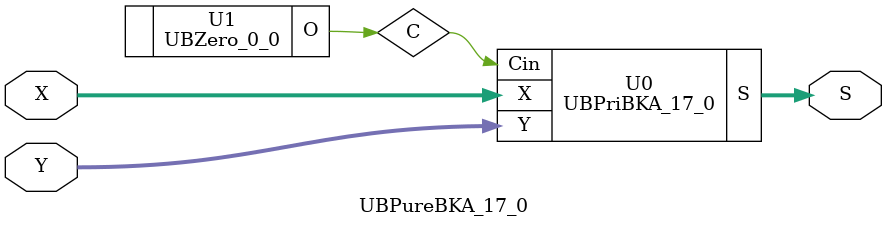
<source format=v>
/*----------------------------------------------------------------------------
  Copyright (c) 2021 Homma laboratory. All rights reserved.

  Top module: UBBKA_17_0_17_0

  Operand-1 length: 18
  Operand-2 length: 18
  Two-operand addition algorithm: Brent-Kung adder
----------------------------------------------------------------------------*/

module GPGenerator(Go, Po, A, B);
  output Go;
  output Po;
  input A;
  input B;
  assign Go = A & B;
  assign Po = A ^ B;
endmodule

module CarryOperator(Go, Po, Gi1, Pi1, Gi2, Pi2);
  output Go;
  output Po;
  input Gi1;
  input Gi2;
  input Pi1;
  input Pi2;
  assign Go = Gi1 | ( Gi2 & Pi1 );
  assign Po = Pi1 & Pi2;
endmodule

module UBPriBKA_17_0(S, X, Y, Cin);
  output [18:0] S;
  input Cin;
  input [17:0] X;
  input [17:0] Y;
  wire [17:0] G0;
  wire [17:0] G1;
  wire [17:0] G2;
  wire [17:0] G3;
  wire [17:0] G4;
  wire [17:0] G5;
  wire [17:0] G6;
  wire [17:0] G7;
  wire [17:0] G8;
  wire [17:0] P0;
  wire [17:0] P1;
  wire [17:0] P2;
  wire [17:0] P3;
  wire [17:0] P4;
  wire [17:0] P5;
  wire [17:0] P6;
  wire [17:0] P7;
  wire [17:0] P8;
  assign P1[0] = P0[0];
  assign G1[0] = G0[0];
  assign P1[2] = P0[2];
  assign G1[2] = G0[2];
  assign P1[4] = P0[4];
  assign G1[4] = G0[4];
  assign P1[6] = P0[6];
  assign G1[6] = G0[6];
  assign P1[8] = P0[8];
  assign G1[8] = G0[8];
  assign P1[10] = P0[10];
  assign G1[10] = G0[10];
  assign P1[12] = P0[12];
  assign G1[12] = G0[12];
  assign P1[14] = P0[14];
  assign G1[14] = G0[14];
  assign P1[16] = P0[16];
  assign G1[16] = G0[16];
  assign P2[0] = P1[0];
  assign G2[0] = G1[0];
  assign P2[1] = P1[1];
  assign G2[1] = G1[1];
  assign P2[2] = P1[2];
  assign G2[2] = G1[2];
  assign P2[4] = P1[4];
  assign G2[4] = G1[4];
  assign P2[5] = P1[5];
  assign G2[5] = G1[5];
  assign P2[6] = P1[6];
  assign G2[6] = G1[6];
  assign P2[8] = P1[8];
  assign G2[8] = G1[8];
  assign P2[9] = P1[9];
  assign G2[9] = G1[9];
  assign P2[10] = P1[10];
  assign G2[10] = G1[10];
  assign P2[12] = P1[12];
  assign G2[12] = G1[12];
  assign P2[13] = P1[13];
  assign G2[13] = G1[13];
  assign P2[14] = P1[14];
  assign G2[14] = G1[14];
  assign P2[16] = P1[16];
  assign G2[16] = G1[16];
  assign P2[17] = P1[17];
  assign G2[17] = G1[17];
  assign P3[0] = P2[0];
  assign G3[0] = G2[0];
  assign P3[1] = P2[1];
  assign G3[1] = G2[1];
  assign P3[2] = P2[2];
  assign G3[2] = G2[2];
  assign P3[3] = P2[3];
  assign G3[3] = G2[3];
  assign P3[4] = P2[4];
  assign G3[4] = G2[4];
  assign P3[5] = P2[5];
  assign G3[5] = G2[5];
  assign P3[6] = P2[6];
  assign G3[6] = G2[6];
  assign P3[8] = P2[8];
  assign G3[8] = G2[8];
  assign P3[9] = P2[9];
  assign G3[9] = G2[9];
  assign P3[10] = P2[10];
  assign G3[10] = G2[10];
  assign P3[11] = P2[11];
  assign G3[11] = G2[11];
  assign P3[12] = P2[12];
  assign G3[12] = G2[12];
  assign P3[13] = P2[13];
  assign G3[13] = G2[13];
  assign P3[14] = P2[14];
  assign G3[14] = G2[14];
  assign P3[16] = P2[16];
  assign G3[16] = G2[16];
  assign P3[17] = P2[17];
  assign G3[17] = G2[17];
  assign P4[0] = P3[0];
  assign G4[0] = G3[0];
  assign P4[1] = P3[1];
  assign G4[1] = G3[1];
  assign P4[2] = P3[2];
  assign G4[2] = G3[2];
  assign P4[3] = P3[3];
  assign G4[3] = G3[3];
  assign P4[4] = P3[4];
  assign G4[4] = G3[4];
  assign P4[5] = P3[5];
  assign G4[5] = G3[5];
  assign P4[6] = P3[6];
  assign G4[6] = G3[6];
  assign P4[7] = P3[7];
  assign G4[7] = G3[7];
  assign P4[8] = P3[8];
  assign G4[8] = G3[8];
  assign P4[9] = P3[9];
  assign G4[9] = G3[9];
  assign P4[10] = P3[10];
  assign G4[10] = G3[10];
  assign P4[11] = P3[11];
  assign G4[11] = G3[11];
  assign P4[12] = P3[12];
  assign G4[12] = G3[12];
  assign P4[13] = P3[13];
  assign G4[13] = G3[13];
  assign P4[14] = P3[14];
  assign G4[14] = G3[14];
  assign P4[16] = P3[16];
  assign G4[16] = G3[16];
  assign P4[17] = P3[17];
  assign G4[17] = G3[17];
  assign P5[0] = P4[0];
  assign G5[0] = G4[0];
  assign P5[1] = P4[1];
  assign G5[1] = G4[1];
  assign P5[2] = P4[2];
  assign G5[2] = G4[2];
  assign P5[3] = P4[3];
  assign G5[3] = G4[3];
  assign P5[4] = P4[4];
  assign G5[4] = G4[4];
  assign P5[5] = P4[5];
  assign G5[5] = G4[5];
  assign P5[6] = P4[6];
  assign G5[6] = G4[6];
  assign P5[7] = P4[7];
  assign G5[7] = G4[7];
  assign P5[8] = P4[8];
  assign G5[8] = G4[8];
  assign P5[9] = P4[9];
  assign G5[9] = G4[9];
  assign P5[10] = P4[10];
  assign G5[10] = G4[10];
  assign P5[11] = P4[11];
  assign G5[11] = G4[11];
  assign P5[12] = P4[12];
  assign G5[12] = G4[12];
  assign P5[13] = P4[13];
  assign G5[13] = G4[13];
  assign P5[14] = P4[14];
  assign G5[14] = G4[14];
  assign P5[15] = P4[15];
  assign G5[15] = G4[15];
  assign P5[16] = P4[16];
  assign G5[16] = G4[16];
  assign P5[17] = P4[17];
  assign G5[17] = G4[17];
  assign P6[0] = P5[0];
  assign G6[0] = G5[0];
  assign P6[1] = P5[1];
  assign G6[1] = G5[1];
  assign P6[2] = P5[2];
  assign G6[2] = G5[2];
  assign P6[3] = P5[3];
  assign G6[3] = G5[3];
  assign P6[4] = P5[4];
  assign G6[4] = G5[4];
  assign P6[5] = P5[5];
  assign G6[5] = G5[5];
  assign P6[6] = P5[6];
  assign G6[6] = G5[6];
  assign P6[7] = P5[7];
  assign G6[7] = G5[7];
  assign P6[8] = P5[8];
  assign G6[8] = G5[8];
  assign P6[9] = P5[9];
  assign G6[9] = G5[9];
  assign P6[10] = P5[10];
  assign G6[10] = G5[10];
  assign P6[12] = P5[12];
  assign G6[12] = G5[12];
  assign P6[13] = P5[13];
  assign G6[13] = G5[13];
  assign P6[14] = P5[14];
  assign G6[14] = G5[14];
  assign P6[15] = P5[15];
  assign G6[15] = G5[15];
  assign P6[16] = P5[16];
  assign G6[16] = G5[16];
  assign P6[17] = P5[17];
  assign G6[17] = G5[17];
  assign P7[0] = P6[0];
  assign G7[0] = G6[0];
  assign P7[1] = P6[1];
  assign G7[1] = G6[1];
  assign P7[2] = P6[2];
  assign G7[2] = G6[2];
  assign P7[3] = P6[3];
  assign G7[3] = G6[3];
  assign P7[4] = P6[4];
  assign G7[4] = G6[4];
  assign P7[6] = P6[6];
  assign G7[6] = G6[6];
  assign P7[7] = P6[7];
  assign G7[7] = G6[7];
  assign P7[8] = P6[8];
  assign G7[8] = G6[8];
  assign P7[10] = P6[10];
  assign G7[10] = G6[10];
  assign P7[11] = P6[11];
  assign G7[11] = G6[11];
  assign P7[12] = P6[12];
  assign G7[12] = G6[12];
  assign P7[14] = P6[14];
  assign G7[14] = G6[14];
  assign P7[15] = P6[15];
  assign G7[15] = G6[15];
  assign P7[16] = P6[16];
  assign G7[16] = G6[16];
  assign P8[0] = P7[0];
  assign G8[0] = G7[0];
  assign P8[1] = P7[1];
  assign G8[1] = G7[1];
  assign P8[3] = P7[3];
  assign G8[3] = G7[3];
  assign P8[5] = P7[5];
  assign G8[5] = G7[5];
  assign P8[7] = P7[7];
  assign G8[7] = G7[7];
  assign P8[9] = P7[9];
  assign G8[9] = G7[9];
  assign P8[11] = P7[11];
  assign G8[11] = G7[11];
  assign P8[13] = P7[13];
  assign G8[13] = G7[13];
  assign P8[15] = P7[15];
  assign G8[15] = G7[15];
  assign P8[17] = P7[17];
  assign G8[17] = G7[17];
  assign S[0] = Cin ^ P0[0];
  assign S[1] = ( G8[0] | ( P8[0] & Cin ) ) ^ P0[1];
  assign S[2] = ( G8[1] | ( P8[1] & Cin ) ) ^ P0[2];
  assign S[3] = ( G8[2] | ( P8[2] & Cin ) ) ^ P0[3];
  assign S[4] = ( G8[3] | ( P8[3] & Cin ) ) ^ P0[4];
  assign S[5] = ( G8[4] | ( P8[4] & Cin ) ) ^ P0[5];
  assign S[6] = ( G8[5] | ( P8[5] & Cin ) ) ^ P0[6];
  assign S[7] = ( G8[6] | ( P8[6] & Cin ) ) ^ P0[7];
  assign S[8] = ( G8[7] | ( P8[7] & Cin ) ) ^ P0[8];
  assign S[9] = ( G8[8] | ( P8[8] & Cin ) ) ^ P0[9];
  assign S[10] = ( G8[9] | ( P8[9] & Cin ) ) ^ P0[10];
  assign S[11] = ( G8[10] | ( P8[10] & Cin ) ) ^ P0[11];
  assign S[12] = ( G8[11] | ( P8[11] & Cin ) ) ^ P0[12];
  assign S[13] = ( G8[12] | ( P8[12] & Cin ) ) ^ P0[13];
  assign S[14] = ( G8[13] | ( P8[13] & Cin ) ) ^ P0[14];
  assign S[15] = ( G8[14] | ( P8[14] & Cin ) ) ^ P0[15];
  assign S[16] = ( G8[15] | ( P8[15] & Cin ) ) ^ P0[16];
  assign S[17] = ( G8[16] | ( P8[16] & Cin ) ) ^ P0[17];
  assign S[18] = G8[17] | ( P8[17] & Cin );
  GPGenerator U0 (G0[0], P0[0], X[0], Y[0]);
  GPGenerator U1 (G0[1], P0[1], X[1], Y[1]);
  GPGenerator U2 (G0[2], P0[2], X[2], Y[2]);
  GPGenerator U3 (G0[3], P0[3], X[3], Y[3]);
  GPGenerator U4 (G0[4], P0[4], X[4], Y[4]);
  GPGenerator U5 (G0[5], P0[5], X[5], Y[5]);
  GPGenerator U6 (G0[6], P0[6], X[6], Y[6]);
  GPGenerator U7 (G0[7], P0[7], X[7], Y[7]);
  GPGenerator U8 (G0[8], P0[8], X[8], Y[8]);
  GPGenerator U9 (G0[9], P0[9], X[9], Y[9]);
  GPGenerator U10 (G0[10], P0[10], X[10], Y[10]);
  GPGenerator U11 (G0[11], P0[11], X[11], Y[11]);
  GPGenerator U12 (G0[12], P0[12], X[12], Y[12]);
  GPGenerator U13 (G0[13], P0[13], X[13], Y[13]);
  GPGenerator U14 (G0[14], P0[14], X[14], Y[14]);
  GPGenerator U15 (G0[15], P0[15], X[15], Y[15]);
  GPGenerator U16 (G0[16], P0[16], X[16], Y[16]);
  GPGenerator U17 (G0[17], P0[17], X[17], Y[17]);
  CarryOperator U18 (G1[1], P1[1], G0[1], P0[1], G0[0], P0[0]);
  CarryOperator U19 (G1[3], P1[3], G0[3], P0[3], G0[2], P0[2]);
  CarryOperator U20 (G1[5], P1[5], G0[5], P0[5], G0[4], P0[4]);
  CarryOperator U21 (G1[7], P1[7], G0[7], P0[7], G0[6], P0[6]);
  CarryOperator U22 (G1[9], P1[9], G0[9], P0[9], G0[8], P0[8]);
  CarryOperator U23 (G1[11], P1[11], G0[11], P0[11], G0[10], P0[10]);
  CarryOperator U24 (G1[13], P1[13], G0[13], P0[13], G0[12], P0[12]);
  CarryOperator U25 (G1[15], P1[15], G0[15], P0[15], G0[14], P0[14]);
  CarryOperator U26 (G1[17], P1[17], G0[17], P0[17], G0[16], P0[16]);
  CarryOperator U27 (G2[3], P2[3], G1[3], P1[3], G1[1], P1[1]);
  CarryOperator U28 (G2[7], P2[7], G1[7], P1[7], G1[5], P1[5]);
  CarryOperator U29 (G2[11], P2[11], G1[11], P1[11], G1[9], P1[9]);
  CarryOperator U30 (G2[15], P2[15], G1[15], P1[15], G1[13], P1[13]);
  CarryOperator U31 (G3[7], P3[7], G2[7], P2[7], G2[3], P2[3]);
  CarryOperator U32 (G3[15], P3[15], G2[15], P2[15], G2[11], P2[11]);
  CarryOperator U33 (G4[15], P4[15], G3[15], P3[15], G3[7], P3[7]);
  CarryOperator U34 (G6[11], P6[11], G5[11], P5[11], G5[7], P5[7]);
  CarryOperator U35 (G7[5], P7[5], G6[5], P6[5], G6[3], P6[3]);
  CarryOperator U36 (G7[9], P7[9], G6[9], P6[9], G6[7], P6[7]);
  CarryOperator U37 (G7[13], P7[13], G6[13], P6[13], G6[11], P6[11]);
  CarryOperator U38 (G7[17], P7[17], G6[17], P6[17], G6[15], P6[15]);
  CarryOperator U39 (G8[2], P8[2], G7[2], P7[2], G7[1], P7[1]);
  CarryOperator U40 (G8[4], P8[4], G7[4], P7[4], G7[3], P7[3]);
  CarryOperator U41 (G8[6], P8[6], G7[6], P7[6], G7[5], P7[5]);
  CarryOperator U42 (G8[8], P8[8], G7[8], P7[8], G7[7], P7[7]);
  CarryOperator U43 (G8[10], P8[10], G7[10], P7[10], G7[9], P7[9]);
  CarryOperator U44 (G8[12], P8[12], G7[12], P7[12], G7[11], P7[11]);
  CarryOperator U45 (G8[14], P8[14], G7[14], P7[14], G7[13], P7[13]);
  CarryOperator U46 (G8[16], P8[16], G7[16], P7[16], G7[15], P7[15]);
endmodule

module UBZero_0_0(O);
  output [0:0] O;
  assign O[0] = 0;
endmodule

module UBBKA_17_0_17_0 (S, X, Y);
  output [18:0] S;
  input [17:0] X;
  input [17:0] Y;
  UBPureBKA_17_0 U0 (S[18:0], X[17:0], Y[17:0]);
endmodule

module UBPureBKA_17_0 (S, X, Y);
  output [18:0] S;
  input [17:0] X;
  input [17:0] Y;
  wire C;
  UBPriBKA_17_0 U0 (S, X, Y, C);
  UBZero_0_0 U1 (C);
endmodule


</source>
